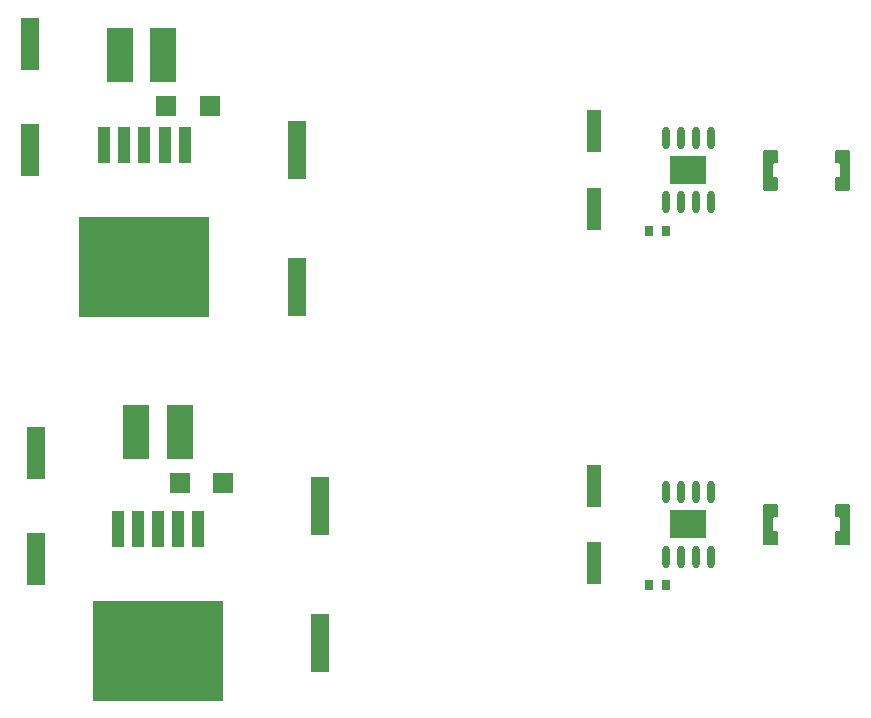
<source format=gtp>
G04 Layer: TopPasteMaskLayer*
G04 EasyEDA v6.5.48, 2025-01-21 22:01:40*
G04 ce5bcd5d7360488599399ea35ca3f730,208856bd7ad64deca1bfdec547b981c7,10*
G04 Gerber Generator version 0.2*
G04 Scale: 100 percent, Rotated: No, Reflected: No *
G04 Dimensions in millimeters *
G04 leading zeros omitted , absolute positions ,4 integer and 5 decimal *
%FSLAX45Y45*%
%MOMM*%

%AMMACRO1*21,1,$1,$2,0,0,$3*%
%ADD10R,0.8000X0.9000*%
%ADD11R,1.6000X5.0000*%
%ADD12R,1.6500X4.5000*%
%ADD13R,1.8200X1.8200*%
%ADD14MACRO1,4.62X2.224X90.0000*%
%ADD15O,0.6020054X1.9409918000000002*%
%ADD16R,3.0980X2.4100*%
%ADD17MACRO1,1.26X3.61X0.0000*%
%ADD18MACRO1,1.02X3.0828X0.0000*%
%ADD19R,11.0000X8.5000*%

%LPD*%
G36*
X8139226Y-2027174D02*
G01*
X8129219Y-2037181D01*
X8129219Y-2362809D01*
X8139226Y-2372817D01*
X8247481Y-2372817D01*
X8257489Y-2362809D01*
X8257489Y-2268728D01*
X8247481Y-2258771D01*
X8223859Y-2258771D01*
X8213902Y-2248763D01*
X8213902Y-2151227D01*
X8223859Y-2141220D01*
X8247481Y-2141220D01*
X8257489Y-2131263D01*
X8257489Y-2037181D01*
X8247481Y-2027174D01*
G37*
G36*
X8752484Y-2027174D02*
G01*
X8742476Y-2037181D01*
X8742476Y-2131263D01*
X8752484Y-2141220D01*
X8776106Y-2141220D01*
X8786063Y-2151227D01*
X8786063Y-2248763D01*
X8776106Y-2258771D01*
X8752484Y-2258771D01*
X8742476Y-2268728D01*
X8742476Y-2362809D01*
X8752484Y-2372817D01*
X8860739Y-2372817D01*
X8870746Y-2362809D01*
X8870746Y-2037181D01*
X8860739Y-2027174D01*
G37*
G36*
X8752484Y-5027168D02*
G01*
X8742476Y-5037175D01*
X8742476Y-5131257D01*
X8752484Y-5141214D01*
X8776106Y-5141214D01*
X8786063Y-5151221D01*
X8786063Y-5248757D01*
X8776106Y-5258765D01*
X8752484Y-5258765D01*
X8742476Y-5268722D01*
X8742476Y-5362803D01*
X8752484Y-5372811D01*
X8860739Y-5372811D01*
X8870746Y-5362803D01*
X8870746Y-5037175D01*
X8860739Y-5027168D01*
G37*
G36*
X8139226Y-5027168D02*
G01*
X8129219Y-5037175D01*
X8129219Y-5362803D01*
X8139226Y-5372811D01*
X8247481Y-5372811D01*
X8257489Y-5362803D01*
X8257489Y-5268722D01*
X8247481Y-5258765D01*
X8223859Y-5258765D01*
X8213902Y-5248757D01*
X8213902Y-5151221D01*
X8223859Y-5141214D01*
X8247481Y-5141214D01*
X8257489Y-5131257D01*
X8257489Y-5037175D01*
X8247481Y-5027168D01*
G37*
D10*
G01*
X7309002Y-5715000D03*
G01*
X7168997Y-5715000D03*
G01*
X7309002Y-2717800D03*
G01*
X7168997Y-2717800D03*
D11*
G01*
X4381500Y-5046090D03*
G01*
X4381500Y-6206109D03*
G01*
X4191000Y-2028215D03*
G01*
X4191000Y-3188207D03*
D12*
G01*
X1981200Y-4591913D03*
G01*
X1981200Y-5491886D03*
G01*
X1930400Y-1129512D03*
G01*
X1930400Y-2029510D03*
D13*
G01*
X3564204Y-4851400D03*
G01*
X3192195Y-4851400D03*
G01*
X3449904Y-1655724D03*
G01*
X3077895Y-1655724D03*
D14*
G01*
X3192699Y-4419600D03*
G01*
X2827100Y-4419600D03*
G01*
X3052999Y-1223909D03*
G01*
X2687400Y-1223909D03*
D15*
G01*
X7690484Y-4927930D03*
G01*
X7563484Y-4927930D03*
G01*
X7436484Y-4927930D03*
G01*
X7309484Y-4927930D03*
G01*
X7690484Y-5472048D03*
G01*
X7563484Y-5472048D03*
G01*
X7436484Y-5472048D03*
G01*
X7309484Y-5472048D03*
D16*
G01*
X7499984Y-5199989D03*
D15*
G01*
X7690484Y-1927936D03*
G01*
X7563484Y-1927936D03*
G01*
X7436484Y-1927936D03*
G01*
X7309484Y-1927936D03*
G01*
X7690484Y-2472054D03*
G01*
X7563484Y-2472054D03*
G01*
X7436484Y-2472054D03*
G01*
X7309484Y-2472054D03*
D16*
G01*
X7499984Y-2199995D03*
D17*
G01*
X6699994Y-2529502D03*
G01*
X6699994Y-1870504D03*
G01*
X6699994Y-5529496D03*
G01*
X6699994Y-4870498D03*
D18*
G01*
X3349900Y-5237102D03*
G01*
X3179899Y-5237102D03*
G01*
X3009900Y-5237102D03*
G01*
X2839900Y-5237102D03*
G01*
X2669899Y-5237102D03*
D19*
G01*
X3009900Y-6269075D03*
D18*
G01*
X3235600Y-1990611D03*
G01*
X3065599Y-1990611D03*
G01*
X2895600Y-1990611D03*
G01*
X2725600Y-1990611D03*
G01*
X2555599Y-1990611D03*
D19*
G01*
X2895600Y-3022600D03*
M02*

</source>
